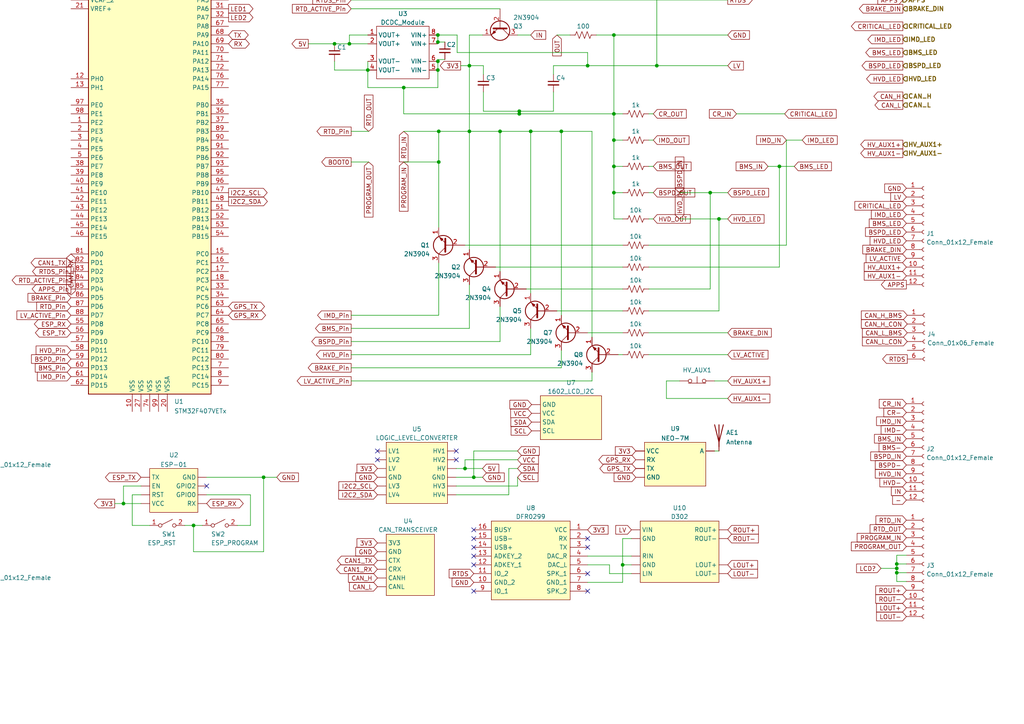
<source format=kicad_sch>
(kicad_sch (version 20211123) (generator eeschema)
  (paper "A4")
  (lib_symbols
    (symbol "A-FA_PARTS:1602_LCD_I2C"
      (property "Reference" "U" (at 0 0 0))
      (property "Value" "1602_LCD_I2C" (at 0 0 0))
      (symbol "1602_LCD_I2C_1_1"
        (pin input line (at -11.43 -3.81 0) (length 2.54) (name "GND") (number ""))
        (pin input line (at -11.43 -11.43 0) (length 2.54) (name "SCL") (number ""))
        (pin input line (at -11.43 -8.89 0) (length 2.54) (name "SDA") (number ""))
        (pin input line (at -11.43 -6.35 0) (length 2.54) (name "VCC") (number ""))
      )
    )
    (symbol "A-FA_PARTS:CAN_TRANSCEIVER"
      (property "Reference" "U" (at 2.54 -1.27 0))
      (property "Value" "CAN_TRANSCEIVER" (at 0 -1.27 0))
      (symbol "CAN_TRANSCEIVER_1_1"
        (pin input line (at -8.89 -5.08 0) (length 2.54) (name "3V3") (number ""))
        (pin input line (at -8.89 -15.24 0) (length 2.54) (name "CANH") (number ""))
        (pin input line (at -8.89 -17.78 0) (length 2.54) (name "CANL") (number ""))
        (pin input line (at -8.89 -12.7 0) (length 2.54) (name "CRX") (number ""))
        (pin input line (at -8.89 -10.16 0) (length 2.54) (name "CTX") (number ""))
        (pin input line (at -8.89 -7.62 0) (length 2.54) (name "GND") (number ""))
      )
    )
    (symbol "A-FA_PARTS:D302"
      (property "Reference" "U?" (at 0 3.81 0))
      (property "Value" "D302" (at 0 1.0349 0))
      (symbol "D302_1_1"
        (pin input line (at 13.97 -13.97 180) (length 2.54) (name "GND") (number ""))
        (pin input line (at 13.97 -6.35 180) (length 2.54) (name "GND") (number ""))
        (pin input line (at 13.97 -16.51 180) (length 2.54) (name "LIN") (number ""))
        (pin input line (at -13.97 -13.97 0) (length 2.54) (name "LOUT+") (number ""))
        (pin input line (at -13.97 -16.51 0) (length 2.54) (name "LOUT-") (number ""))
        (pin input line (at 13.97 -11.43 180) (length 2.54) (name "RIN") (number ""))
        (pin input line (at -13.97 -3.81 0) (length 2.54) (name "ROUT+") (number ""))
        (pin input line (at -13.97 -6.35 0) (length 2.54) (name "ROUT-") (number ""))
        (pin input line (at 13.97 -3.81 180) (length 2.54) (name "VIN") (number ""))
      )
    )
    (symbol "A-FA_PARTS:DCDC_Module"
      (property "Reference" "U" (at 0 0 0))
      (property "Value" "DCDC_Module" (at 0 -2.54 0))
      (symbol "DCDC_Module_1_1"
        (pin input line (at -12.7 15.24 0) (length 2.54) (name "VOUT+") (number "1"))
        (pin input line (at -12.7 12.7 0) (length 2.54) (name "VOUT+") (number "2"))
        (pin input line (at -12.7 7.62 0) (length 2.54) (name "VOUT-") (number "3"))
        (pin input line (at -12.7 5.08 0) (length 2.54) (name "VOUT-") (number "4"))
        (pin input line (at 7.62 5.08 180) (length 2.54) (name "VIN-") (number "5"))
        (pin input line (at 7.62 7.62 180) (length 2.54) (name "VIN-") (number "6"))
        (pin input line (at 7.62 12.7 180) (length 2.54) (name "VIN+") (number "7"))
        (pin input line (at 7.62 15.24 180) (length 2.54) (name "VIN+") (number "8"))
      )
    )
    (symbol "A-FA_PARTS:ESP-01"
      (property "Reference" "U" (at 0 0 0))
      (property "Value" "ESP-01" (at 0 0 0))
      (symbol "ESP-01_1_1"
        (pin input line (at -11.43 -6.35 0) (length 2.54) (name "EN") (number ""))
        (pin input line (at 7.62 -3.81 180) (length 2.54) (name "GND") (number ""))
        (pin input line (at 7.62 -8.89 180) (length 2.54) (name "GPIO0") (number ""))
        (pin input line (at 7.62 -6.35 180) (length 2.54) (name "GPIO2") (number ""))
        (pin input line (at -11.43 -8.89 0) (length 2.54) (name "RST") (number ""))
        (pin input line (at 7.62 -11.43 180) (length 2.54) (name "RX") (number ""))
        (pin input line (at -11.43 -3.81 0) (length 2.54) (name "TX") (number ""))
        (pin input line (at -11.43 -11.43 0) (length 2.54) (name "VCC") (number ""))
      )
    )
    (symbol "A-FA_PARTS:LOGIC_LEVEL_CONVERTER"
      (property "Reference" "U" (at 0 0 0))
      (property "Value" "LOGIC_LEVEL_CONVERTER" (at 0 0 0))
      (symbol "LOGIC_LEVEL_CONVERTER_1_1"
        (pin input line (at -11.43 -11.43 0) (length 2.54) (name "GND") (number ""))
        (pin input line (at 11.43 -11.43 180) (length 2.54) (name "GND") (number ""))
        (pin input line (at -11.43 -8.89 0) (length 2.54) (name "HV") (number ""))
        (pin input line (at -11.43 -3.81 0) (length 2.54) (name "HV1") (number ""))
        (pin input line (at -11.43 -6.35 0) (length 2.54) (name "HV2") (number ""))
        (pin input line (at -11.43 -13.97 0) (length 2.54) (name "HV3") (number ""))
        (pin input line (at -11.43 -16.51 0) (length 2.54) (name "HV4") (number ""))
        (pin input line (at 11.43 -8.89 180) (length 2.54) (name "LV") (number ""))
        (pin input line (at 11.43 -3.81 180) (length 2.54) (name "LV1") (number ""))
        (pin input line (at 11.43 -6.35 180) (length 2.54) (name "LV2") (number ""))
        (pin input line (at 11.43 -13.97 180) (length 2.54) (name "LV3") (number ""))
        (pin input line (at 11.43 -16.51 180) (length 2.54) (name "LV4") (number ""))
      )
    )
    (symbol "A-FA_PARTS:NEO-7M"
      (property "Reference" "U" (at 0 0 0))
      (property "Value" "NEO-7M" (at 0 0 0))
      (symbol "NEO-7M_1_1"
        (pin input line (at 11.43 -3.81 180) (length 2.54) (name "A") (number ""))
        (pin input line (at -11.43 -11.43 0) (length 2.54) (name "GND") (number ""))
        (pin input line (at -11.43 -6.35 0) (length 2.54) (name "RX") (number ""))
        (pin input line (at -11.43 -8.89 0) (length 2.54) (name "TX") (number ""))
        (pin input line (at -11.43 -3.81 0) (length 2.54) (name "VCC") (number ""))
      )
    )
    (symbol "Connector:Conn_01x06_Female" (pin_names (offset 1.016) hide)
      (property "Reference" "J" (at 0 7.62 0))
      (property "Value" "Conn_01x06_Female" (at 0 -10.16 0))
      (symbol "Conn_01x06_Female_1_1"
        (pin passive line (at -5.08 5.08 0) (length 3.81) (name "Pin_1") (number "1"))
        (pin passive line (at -5.08 2.54 0) (length 3.81) (name "Pin_2") (number "2"))
        (pin passive line (at -5.08 0 0) (length 3.81) (name "Pin_3") (number "3"))
        (pin passive line (at -5.08 -2.54 0) (length 3.81) (name "Pin_4") (number "4"))
        (pin passive line (at -5.08 -5.08 0) (length 3.81) (name "Pin_5") (number "5"))
        (pin passive line (at -5.08 -7.62 0) (length 3.81) (name "Pin_6") (number "6"))
      )
    )
    (symbol "Connector:Conn_01x12_Female" (pin_names (offset 1.016) hide)
      (property "Reference" "J" (at 0 15.24 0))
      (property "Value" "Conn_01x12_Female" (at 0 -17.78 0))
      (symbol "Conn_01x12_Female_1_1"
        (pin passive line (at -5.08 12.7 0) (length 3.81) (name "Pin_1") (number "1"))
        (pin passive line (at -5.08 -10.16 0) (length 3.81) (name "Pin_10") (number "10"))
        (pin passive line (at -5.08 -12.7 0) (length 3.81) (name "Pin_11") (number "11"))
        (pin passive line (at -5.08 -15.24 0) (length 3.81) (name "Pin_12") (number "12"))
        (pin passive line (at -5.08 10.16 0) (length 3.81) (name "Pin_2") (number "2"))
        (pin passive line (at -5.08 7.62 0) (length 3.81) (name "Pin_3") (number "3"))
        (pin passive line (at -5.08 5.08 0) (length 3.81) (name "Pin_4") (number "4"))
        (pin passive line (at -5.08 2.54 0) (length 3.81) (name "Pin_5") (number "5"))
        (pin passive line (at -5.08 0 0) (length 3.81) (name "Pin_6") (number "6"))
        (pin passive line (at -5.08 -2.54 0) (length 3.81) (name "Pin_7") (number "7"))
        (pin passive line (at -5.08 -5.08 0) (length 3.81) (name "Pin_8") (number "8"))
        (pin passive line (at -5.08 -7.62 0) (length 3.81) (name "Pin_9") (number "9"))
      )
    )
    (symbol "DFR0299:DFR0299" (pin_names (offset 0.762))
      (property "Reference" "U" (at 29.21 7.62 0))
      (property "Value" "DFR0299" (at 29.21 5.08 0))
      (symbol "DFR0299_0_0"
        (pin power_in line (at 0 0 0) (length 5.08) (name "VCC") (number "1"))
        (pin power_in line (at 33.02 -15.24 180) (length 5.08) (name "GND_2") (number "10"))
        (pin input line (at 33.02 -12.7 180) (length 5.08) (name "IO_2") (number "11"))
        (pin input line (at 33.02 -10.16 180) (length 5.08) (name "ADKEY_1") (number "12"))
        (pin input line (at 33.02 -7.62 180) (length 5.08) (name "ADKEY_2") (number "13"))
        (pin bidirectional line (at 33.02 -5.08 180) (length 5.08) (name "USB+") (number "14"))
        (pin bidirectional line (at 33.02 -2.54 180) (length 5.08) (name "USB-") (number "15"))
        (pin output line (at 33.02 0 180) (length 5.08) (name "BUSY") (number "16"))
        (pin input line (at 0 -2.54 0) (length 5.08) (name "RX") (number "2"))
        (pin output line (at 0 -5.08 0) (length 5.08) (name "TX") (number "3"))
        (pin output line (at 0 -7.62 0) (length 5.08) (name "DAC_R") (number "4"))
        (pin output line (at 0 -10.16 0) (length 5.08) (name "DAC_L") (number "5"))
        (pin output line (at 0 -12.7 0) (length 5.08) (name "SPK_1") (number "6"))
        (pin power_in line (at 0 -15.24 0) (length 5.08) (name "GND_1") (number "7"))
        (pin output line (at 0 -17.78 0) (length 5.08) (name "SPK_2") (number "8"))
        (pin input line (at 33.02 -17.78 180) (length 5.08) (name "IO_1") (number "9"))
      )
    )
    (symbol "Device:Antenna" (pin_numbers hide) (pin_names (offset 1.016) hide)
      (property "Reference" "AE" (at -1.905 1.905 0))
      (property "Value" "Antenna" (at -1.905 0 0))
      (symbol "Antenna_1_1"
        (pin input line (at 0 -5.08 90) (length 2.54) (name "A") (number "1"))
      )
    )
    (symbol "Device:C_Small" (pin_numbers hide) (pin_names (offset 0.254) hide)
      (property "Reference" "C" (at 0.254 1.778 0))
      (property "Value" "C_Small" (at 0.254 -2.032 0))
      (symbol "C_Small_1_1"
        (pin passive line (at 0 2.54 270) (length 2.032) (name "~") (number "1"))
        (pin passive line (at 0 -2.54 90) (length 2.032) (name "~") (number "2"))
      )
    )
    (symbol "Device:R_US" (pin_numbers hide) (pin_names (offset 0))
      (property "Reference" "R" (at 2.54 0 90))
      (property "Value" "R_US" (at -2.54 0 90))
      (symbol "R_US_1_1"
        (pin passive line (at 0 3.81 270) (length 1.27) (name "~") (number "1"))
        (pin passive line (at 0 -3.81 90) (length 1.27) (name "~") (number "2"))
      )
    )
    (symbol "MCU_ST_STM32F4:STM32F407VETx"
      (property "Reference" "U" (at -17.78 64.77 0))
      (property "Value" "STM32F407VETx" (at 12.7 64.77 0))
      (symbol "STM32F407VETx_1_1"
        (pin bidirectional line (at -22.86 12.7 0) (length 5.08) (name "PE2") (number "1"))
        (pin power_in line (at -5.08 -71.12 90) (length 5.08) (name "VSS") (number "10"))
        (pin power_in line (at 7.62 68.58 270) (length 5.08) (name "VDD") (number "100"))
        (pin power_in line (at -5.08 68.58 270) (length 5.08) (name "VDD") (number "11"))
        (pin input line (at -22.86 25.4 0) (length 5.08) (name "PH0") (number "12"))
        (pin input line (at -22.86 22.86 0) (length 5.08) (name "PH1") (number "13"))
        (pin input line (at -22.86 60.96 0) (length 5.08) (name "NRST") (number "14"))
        (pin bidirectional line (at 22.86 -25.4 180) (length 5.08) (name "PC0") (number "15"))
        (pin bidirectional line (at 22.86 -27.94 180) (length 5.08) (name "PC1") (number "16"))
        (pin bidirectional line (at 22.86 -30.48 180) (length 5.08) (name "PC2") (number "17"))
        (pin bidirectional line (at 22.86 -33.02 180) (length 5.08) (name "PC3") (number "18"))
        (pin power_in line (at -2.54 68.58 270) (length 5.08) (name "VDD") (number "19"))
        (pin bidirectional line (at -22.86 10.16 0) (length 5.08) (name "PE3") (number "2"))
        (pin power_in line (at 5.08 -71.12 90) (length 5.08) (name "VSSA") (number "20"))
        (pin power_in line (at -22.86 45.72 0) (length 5.08) (name "VREF+") (number "21"))
        (pin power_in line (at 10.16 68.58 270) (length 5.08) (name "VDDA") (number "22"))
        (pin bidirectional line (at 22.86 60.96 180) (length 5.08) (name "PA0") (number "23"))
        (pin bidirectional line (at 22.86 58.42 180) (length 5.08) (name "PA1") (number "24"))
        (pin bidirectional line (at 22.86 55.88 180) (length 5.08) (name "PA2") (number "25"))
        (pin bidirectional line (at 22.86 53.34 180) (length 5.08) (name "PA3") (number "26"))
        (pin power_in line (at -2.54 -71.12 90) (length 5.08) (name "VSS") (number "27"))
        (pin power_in line (at 0 68.58 270) (length 5.08) (name "VDD") (number "28"))
        (pin bidirectional line (at 22.86 50.8 180) (length 5.08) (name "PA4") (number "29"))
        (pin bidirectional line (at -22.86 7.62 0) (length 5.08) (name "PE4") (number "3"))
        (pin bidirectional line (at 22.86 48.26 180) (length 5.08) (name "PA5") (number "30"))
        (pin bidirectional line (at 22.86 45.72 180) (length 5.08) (name "PA6") (number "31"))
        (pin bidirectional line (at 22.86 43.18 180) (length 5.08) (name "PA7") (number "32"))
        (pin bidirectional line (at 22.86 -35.56 180) (length 5.08) (name "PC4") (number "33"))
        (pin bidirectional line (at 22.86 -38.1 180) (length 5.08) (name "PC5") (number "34"))
        (pin bidirectional line (at 22.86 17.78 180) (length 5.08) (name "PB0") (number "35"))
        (pin bidirectional line (at 22.86 15.24 180) (length 5.08) (name "PB1") (number "36"))
        (pin bidirectional line (at 22.86 12.7 180) (length 5.08) (name "PB2") (number "37"))
        (pin bidirectional line (at -22.86 0 0) (length 5.08) (name "PE7") (number "38"))
        (pin bidirectional line (at -22.86 -2.54 0) (length 5.08) (name "PE8") (number "39"))
        (pin bidirectional line (at -22.86 5.08 0) (length 5.08) (name "PE5") (number "4"))
        (pin bidirectional line (at -22.86 -5.08 0) (length 5.08) (name "PE9") (number "40"))
        (pin bidirectional line (at -22.86 -7.62 0) (length 5.08) (name "PE10") (number "41"))
        (pin bidirectional line (at -22.86 -10.16 0) (length 5.08) (name "PE11") (number "42"))
        (pin bidirectional line (at -22.86 -12.7 0) (length 5.08) (name "PE12") (number "43"))
        (pin bidirectional line (at -22.86 -15.24 0) (length 5.08) (name "PE13") (number "44"))
        (pin bidirectional line (at -22.86 -17.78 0) (length 5.08) (name "PE14") (number "45"))
        (pin bidirectional line (at -22.86 -20.32 0) (length 5.08) (name "PE15") (number "46"))
        (pin bidirectional line (at 22.86 -7.62 180) (length 5.08) (name "PB10") (number "47"))
        (pin bidirectional line (at 22.86 -10.16 180) (length 5.08) (name "PB11") (number "48"))
        (pin power_in line (at -22.86 50.8 0) (length 5.08) (name "VCAP_1") (number "49"))
        (pin bidirectional line (at -22.86 2.54 0) (length 5.08) (name "PE6") (number "5"))
        (pin power_in line (at 2.54 68.58 270) (length 5.08) (name "VDD") (number "50"))
        (pin bidirectional line (at 22.86 -12.7 180) (length 5.08) (name "PB12") (number "51"))
        (pin bidirectional line (at 22.86 -15.24 180) (length 5.08) (name "PB13") (number "52"))
        (pin bidirectional line (at 22.86 -17.78 180) (length 5.08) (name "PB14") (number "53"))
        (pin bidirectional line (at 22.86 -20.32 180) (length 5.08) (name "PB15") (number "54"))
        (pin bidirectional line (at -22.86 -45.72 0) (length 5.08) (name "PD8") (number "55"))
        (pin bidirectional line (at -22.86 -48.26 0) (length 5.08) (name "PD9") (number "56"))
        (pin bidirectional line (at -22.86 -50.8 0) (length 5.08) (name "PD10") (number "57"))
        (pin bidirectional line (at -22.86 -53.34 0) (length 5.08) (name "PD11") (number "58"))
        (pin bidirectional line (at -22.86 -55.88 0) (length 5.08) (name "PD12") (number "59"))
        (pin power_in line (at -7.62 68.58 270) (length 5.08) (name "VBAT") (number "6"))
        (pin bidirectional line (at -22.86 -58.42 0) (length 5.08) (name "PD13") (number "60"))
        (pin bidirectional line (at -22.86 -60.96 0) (length 5.08) (name "PD14") (number "61"))
        (pin bidirectional line (at -22.86 -63.5 0) (length 5.08) (name "PD15") (number "62"))
        (pin bidirectional line (at 22.86 -40.64 180) (length 5.08) (name "PC6") (number "63"))
        (pin bidirectional line (at 22.86 -43.18 180) (length 5.08) (name "PC7") (number "64"))
        (pin bidirectional line (at 22.86 -45.72 180) (length 5.08) (name "PC8") (number "65"))
        (pin bidirectional line (at 22.86 -48.26 180) (length 5.08) (name "PC9") (number "66"))
        (pin bidirectional line (at 22.86 40.64 180) (length 5.08) (name "PA8") (number "67"))
        (pin bidirectional line (at 22.86 38.1 180) (length 5.08) (name "PA9") (number "68"))
        (pin bidirectional line (at 22.86 35.56 180) (length 5.08) (name "PA10") (number "69"))
        (pin bidirectional line (at 22.86 -58.42 180) (length 5.08) (name "PC13") (number "7"))
        (pin bidirectional line (at 22.86 33.02 180) (length 5.08) (name "PA11") (number "70"))
        (pin bidirectional line (at 22.86 30.48 180) (length 5.08) (name "PA12") (number "71"))
        (pin bidirectional line (at 22.86 27.94 180) (length 5.08) (name "PA13") (number "72"))
        (pin power_in line (at -22.86 48.26 0) (length 5.08) (name "VCAP_2") (number "73"))
        (pin power_in line (at 0 -71.12 90) (length 5.08) (name "VSS") (number "74"))
        (pin power_in line (at 5.08 68.58 270) (length 5.08) (name "VDD") (number "75"))
        (pin bidirectional line (at 22.86 25.4 180) (length 5.08) (name "PA14") (number "76"))
        (pin bidirectional line (at 22.86 22.86 180) (length 5.08) (name "PA15") (number "77"))
        (pin bidirectional line (at 22.86 -50.8 180) (length 5.08) (name "PC10") (number "78"))
        (pin bidirectional line (at 22.86 -53.34 180) (length 5.08) (name "PC11") (number "79"))
        (pin bidirectional line (at 22.86 -60.96 180) (length 5.08) (name "PC14") (number "8"))
        (pin bidirectional line (at 22.86 -55.88 180) (length 5.08) (name "PC12") (number "80"))
        (pin bidirectional line (at -22.86 -25.4 0) (length 5.08) (name "PD0") (number "81"))
        (pin bidirectional line (at -22.86 -27.94 0) (length 5.08) (name "PD1") (number "82"))
        (pin bidirectional line (at -22.86 -30.48 0) (length 5.08) (name "PD2") (number "83"))
        (pin bidirectional line (at -22.86 -33.02 0) (length 5.08) (name "PD3") (number "84"))
        (pin bidirectional line (at -22.86 -35.56 0) (length 5.08) (name "PD4") (number "85"))
        (pin bidirectional line (at -22.86 -38.1 0) (length 5.08) (name "PD5") (number "86"))
        (pin bidirectional line (at -22.86 -40.64 0) (length 5.08) (name "PD6") (number "87"))
        (pin bidirectional line (at -22.86 -43.18 0) (length 5.08) (name "PD7") (number "88"))
        (pin bidirectional line (at 22.86 10.16 180) (length 5.08) (name "PB3") (number "89"))
        (pin bidirectional line (at 22.86 -63.5 180) (length 5.08) (name "PC15") (number "9"))
        (pin bidirectional line (at 22.86 7.62 180) (length 5.08) (name "PB4") (number "90"))
        (pin bidirectional line (at 22.86 5.08 180) (length 5.08) (name "PB5") (number "91"))
        (pin bidirectional line (at 22.86 2.54 180) (length 5.08) (name "PB6") (number "92"))
        (pin bidirectional line (at 22.86 0 180) (length 5.08) (name "PB7") (number "93"))
        (pin input line (at -22.86 55.88 0) (length 5.08) (name "BOOT0") (number "94"))
        (pin bidirectional line (at 22.86 -2.54 180) (length 5.08) (name "PB8") (number "95"))
        (pin bidirectional line (at 22.86 -5.08 180) (length 5.08) (name "PB9") (number "96"))
        (pin bidirectional line (at -22.86 17.78 0) (length 5.08) (name "PE0") (number "97"))
        (pin bidirectional line (at -22.86 15.24 0) (length 5.08) (name "PE1") (number "98"))
        (pin power_in line (at 2.54 -71.12 90) (length 5.08) (name "VSS") (number "99"))
      )
    )
    (symbol "Switch:SW_Push_Open" (pin_numbers hide) (pin_names (offset 1.016) hide)
      (property "Reference" "SW" (at 0 2.54 0))
      (property "Value" "SW_Push_Open" (at 0 -1.905 0))
      (symbol "SW_Push_Open_0_1"
        (pin passive line (at -5.08 0 0) (length 2.54) (name "A") (number "1"))
      )
      (symbol "SW_Push_Open_1_1"
        (pin passive line (at 5.08 0 180) (length 2.54) (name "B") (number "2"))
      )
    )
    (symbol "Switch:SW_SPST" (pin_names (offset 0) hide)
      (property "Reference" "SW" (at 0 3.175 0))
      (property "Value" "SW_SPST" (at 0 -2.54 0))
      (symbol "SW_SPST_1_1"
        (pin passive line (at -5.08 0 0) (length 2.54) (name "A") (number "1"))
        (pin passive line (at 5.08 0 180) (length 2.54) (name "B") (number "2"))
      )
    )
    (symbol "Transistor_BJT:2N3904" (pin_names (offset 0) hide)
      (property "Reference" "Q" (at 5.08 1.905 0))
      (property "Value" "2N3904" (at 5.08 0 0))
      (symbol "2N3904_1_1"
        (pin passive line (at 2.54 -5.08 90) (length 2.54) (name "E") (number "1"))
        (pin passive line (at -5.08 0 0) (length 5.715) (name "B") (number "2"))
        (pin passive line (at 2.54 5.08 270) (length 2.54) (name "C") (number "3"))
      )
    )
  )
  (junction (at 150.622 33.02))
  (junction (at 35.814 146.05))
  (junction (at 178.054 55.88))
  (junction (at 178.054 10.16))
  (junction (at 127.254 38.1))
  (junction (at 101.346 12.7))
  (junction (at 136.144 38.1))
  (junction (at 178.054 40.64))
  (junction (at 178.054 48.26))
  (junction (at 106.68 20.32))
  (junction (at 153.924 38.1))
  (junction (at 127 17.78))
  (junction (at 170.434 19.05))
  (junction (at 76.454 138.43))
  (junction (at 127 10.16))
  (junction (at 56.134 152.4))
  (junction (at 127.254 46.99))
  (junction (at 226.06 48.26))
  (junction (at 137.414 138.43))
  (junction (at 180.594 163.83))
  (junction (at 260.096 163.576))
  (junction (at 127 12.192))
  (junction (at 127 20.32))
  (junction (at 208.534 63.5))
  (junction (at 260.096 164.846))
  (junction (at 205.994 55.88))
  (junction (at 162.814 38.1))
  (junction (at 136.144 19.05))
  (junction (at 134.874 135.89))
  (junction (at 97.028 12.7))
  (junction (at 190.5 19.05))
  (junction (at 260.096 166.116))
  (junction (at 117.094 25.4))
  (junction (at 178.054 33.02))
  (junction (at 145.034 38.1))
  (junction (at 150.622 32.258))
  (no_connect (at 170.434 156.21))
  (no_connect (at 137.414 163.83))
  (no_connect (at 59.944 140.97))
  (no_connect (at 132.334 130.81))
  (no_connect (at 170.434 166.37))
  (no_connect (at 137.414 153.67))
  (no_connect (at 170.434 171.45))
  (no_connect (at 137.414 161.29))
  (no_connect (at 137.414 158.75))
  (no_connect (at 137.414 156.21))
  (no_connect (at 109.474 130.81))
  (no_connect (at 170.434 158.75))
  (no_connect (at 109.474 133.35))
  (no_connect (at 132.334 133.35))
  (no_connect (at 137.414 171.45))
  (wire (pts (xy 117.094 33.02) (xy 117.094 25.4)))
  (wire (pts (xy 38.354 152.4) (xy 43.434 152.4)))
  (wire (pts (xy 56.134 160.02) (xy 76.454 160.02)))
  (wire (pts (xy 127 12.192) (xy 127 12.7)))
  (wire (pts (xy 188.214 63.5) (xy 189.484 63.5)))
  (wire (pts (xy 101.854 0) (xy 211.074 0)))
  (wire (pts (xy 178.054 48.26) (xy 180.594 48.26)))
  (wire (pts (xy 117.094 25.4) (xy 127 25.4)))
  (wire (pts (xy 132.334 140.97) (xy 150.114 140.97)))
  (wire (pts (xy 101.854 95.25) (xy 136.144 95.25)))
  (wire (pts (xy 35.814 146.05) (xy 35.814 140.97)))
  (wire (pts (xy 136.144 19.05) (xy 136.144 38.1)))
  (wire (pts (xy 159.512 -26.416) (xy 159.512 -17.78)))
  (wire (pts (xy 59.944 138.43) (xy 76.454 138.43)))
  (wire (pts (xy 134.874 133.35) (xy 134.874 135.89)))
  (wire (pts (xy 188.214 96.52) (xy 211.074 96.52)))
  (wire (pts (xy 101.346 10.16) (xy 101.346 12.7)))
  (wire (pts (xy 127 25.4) (xy 127 20.32)))
  (wire (pts (xy 208.534 90.17) (xy 188.214 90.17)))
  (wire (pts (xy 133.604 19.05) (xy 136.144 19.05)))
  (wire (pts (xy 188.214 40.64) (xy 189.484 40.64)))
  (wire (pts (xy 188.214 102.87) (xy 211.074 102.87)))
  (wire (pts (xy 145.034 38.1) (xy 145.034 78.74)))
  (wire (pts (xy 51.054 -22.86) (xy 51.054 -20.32)))
  (wire (pts (xy 152.654 83.82) (xy 180.594 83.82)))
  (wire (pts (xy 162.814 38.1) (xy 153.924 38.1)))
  (wire (pts (xy 180.594 96.52) (xy 170.434 96.52)))
  (wire (pts (xy 176.784 166.37) (xy 176.784 163.83)))
  (wire (pts (xy 35.814 140.97) (xy 40.894 140.97)))
  (wire (pts (xy 56.134 152.4) (xy 56.134 160.02)))
  (wire (pts (xy 127.254 76.2) (xy 127.254 91.44)))
  (wire (pts (xy 140.208 26.67) (xy 140.208 32.258)))
  (wire (pts (xy 226.06 48.26) (xy 230.378 48.26)))
  (wire (pts (xy 72.644 152.4) (xy 68.834 152.4)))
  (wire (pts (xy 35.814 146.05) (xy 40.894 146.05)))
  (wire (pts (xy 56.134 152.4) (xy 58.674 152.4)))
  (wire (pts (xy 127 10.16) (xy 127 12.192)))
  (wire (pts (xy 260.096 164.846) (xy 260.096 166.116)))
  (wire (pts (xy 127.254 38.1) (xy 136.144 38.1)))
  (wire (pts (xy 190.5 19.05) (xy 190.5 -10.16)))
  (wire (pts (xy 134.874 133.35) (xy 150.114 133.35)))
  (wire (pts (xy 162.814 38.1) (xy 162.814 91.44)))
  (wire (pts (xy 180.594 156.21) (xy 180.594 163.83)))
  (wire (pts (xy 153.924 102.87) (xy 101.854 102.87)))
  (wire (pts (xy 117.094 33.02) (xy 150.622 33.02)))
  (wire (pts (xy 180.594 168.91) (xy 170.434 168.91)))
  (wire (pts (xy 205.994 83.82) (xy 188.214 83.82)))
  (wire (pts (xy 170.434 19.05) (xy 190.5 19.05)))
  (wire (pts (xy 260.096 168.656) (xy 262.89 168.656)))
  (wire (pts (xy 129.032 17.272) (xy 127 17.272)))
  (wire (pts (xy 160.528 26.67) (xy 160.528 32.258)))
  (wire (pts (xy 132.334 135.89) (xy 134.874 135.89)))
  (wire (pts (xy 161.544 90.17) (xy 180.594 90.17)))
  (wire (pts (xy 150.114 140.97) (xy 150.114 138.43)))
  (wire (pts (xy 260.096 163.576) (xy 260.096 161.036)))
  (wire (pts (xy 207.264 110.49) (xy 211.074 110.49)))
  (wire (pts (xy 190.5 -10.16) (xy 164.592 -10.16)))
  (wire (pts (xy 193.294 110.49) (xy 193.294 115.57)))
  (wire (pts (xy 89.408 12.7) (xy 97.028 12.7)))
  (wire (pts (xy 137.414 138.43) (xy 137.414 130.81)))
  (wire (pts (xy 76.454 138.43) (xy 80.264 138.43)))
  (wire (pts (xy 106.68 10.16) (xy 101.346 10.16)))
  (wire (pts (xy 162.814 38.1) (xy 171.704 38.1)))
  (wire (pts (xy 127.254 91.44) (xy 101.854 91.44)))
  (wire (pts (xy 143.764 77.47) (xy 180.594 77.47)))
  (wire (pts (xy 139.446 -10.16) (xy 139.446 -9.906)))
  (wire (pts (xy 127 20.32) (xy 127 17.78)))
  (wire (pts (xy 228.092 40.64) (xy 232.664 40.64)))
  (wire (pts (xy 180.594 102.87) (xy 179.324 102.87)))
  (wire (pts (xy 153.924 38.1) (xy 153.924 85.09)))
  (wire (pts (xy 59.944 143.51) (xy 72.644 143.51)))
  (wire (pts (xy 38.354 143.51) (xy 38.354 152.4)))
  (wire (pts (xy 260.096 166.116) (xy 262.89 166.116)))
  (wire (pts (xy 228.092 40.64) (xy 228.092 71.12)))
  (wire (pts (xy 188.214 77.47) (xy 226.06 77.47)))
  (wire (pts (xy 260.096 161.036) (xy 262.89 161.036)))
  (wire (pts (xy 140.208 19.05) (xy 140.208 21.59)))
  (wire (pts (xy 147.574 135.89) (xy 150.114 135.89)))
  (wire (pts (xy 207.264 130.81) (xy 208.534 130.81)))
  (wire (pts (xy 101.854 106.68) (xy 162.814 106.68)))
  (wire (pts (xy 183.134 163.83) (xy 180.594 163.83)))
  (wire (pts (xy 205.994 55.88) (xy 205.994 83.82)))
  (wire (pts (xy 178.054 55.88) (xy 178.054 63.5)))
  (wire (pts (xy 33.274 146.05) (xy 35.814 146.05)))
  (wire (pts (xy 145.034 99.06) (xy 101.854 99.06)))
  (wire (pts (xy 178.054 10.16) (xy 211.074 10.16)))
  (wire (pts (xy 260.096 164.846) (xy 260.096 163.576)))
  (wire (pts (xy 106.68 20.32) (xy 106.68 25.4)))
  (wire (pts (xy 101.346 12.7) (xy 106.68 12.7)))
  (wire (pts (xy 178.054 40.64) (xy 178.054 48.26)))
  (wire (pts (xy 162.814 101.6) (xy 162.814 106.68)))
  (wire (pts (xy 136.144 82.55) (xy 136.144 95.25)))
  (wire (pts (xy 260.096 163.576) (xy 262.89 163.576)))
  (wire (pts (xy 205.994 55.88) (xy 211.074 55.88)))
  (wire (pts (xy 127.254 46.99) (xy 127.254 66.04)))
  (wire (pts (xy 153.924 95.25) (xy 153.924 102.87)))
  (wire (pts (xy 160.528 19.05) (xy 170.434 19.05)))
  (wire (pts (xy 188.214 48.26) (xy 189.484 48.26)))
  (wire (pts (xy 147.574 143.51) (xy 147.574 135.89)))
  (wire (pts (xy 101.854 2.54) (xy 145.034 2.54)))
  (wire (pts (xy 213.614 33.02) (xy 227.584 33.02)))
  (wire (pts (xy 132.334 143.51) (xy 147.574 143.51)))
  (wire (pts (xy 222.758 48.26) (xy 226.06 48.26)))
  (wire (pts (xy 170.434 15.24) (xy 170.434 19.05)))
  (wire (pts (xy 134.874 135.89) (xy 139.954 135.89)))
  (wire (pts (xy 154.432 -10.16) (xy 139.446 -10.16)))
  (wire (pts (xy 150.622 32.258) (xy 150.622 33.02)))
  (wire (pts (xy -50.292 10.922) (xy -50.292 -14.478)))
  (wire (pts (xy 136.144 38.1) (xy 136.144 72.39)))
  (wire (pts (xy 178.054 48.26) (xy 178.054 55.88)))
  (wire (pts (xy 197.104 63.5) (xy 208.534 63.5)))
  (wire (pts (xy 160.528 32.258) (xy 150.622 32.258)))
  (wire (pts (xy 208.534 63.5) (xy 208.534 90.17)))
  (wire (pts (xy 150.622 32.258) (xy 140.208 32.258)))
  (wire (pts (xy 127 17.272) (xy 127 17.78)))
  (wire (pts (xy 260.096 166.116) (xy 260.096 168.656)))
  (wire (pts (xy 132.588 15.24) (xy 132.588 10.16)))
  (wire (pts (xy 106.934 38.1) (xy 101.854 38.1)))
  (wire (pts (xy 101.854 46.99) (xy 106.934 46.99)))
  (wire (pts (xy 145.034 38.1) (xy 136.144 38.1)))
  (wire (pts (xy 193.294 115.57) (xy 211.074 115.57)))
  (wire (pts (xy -18.796 -14.478) (xy -18.796 10.922)))
  (wire (pts (xy 136.144 10.16) (xy 136.144 19.05)))
  (wire (pts (xy 106.68 17.78) (xy 106.68 20.32)))
  (wire (pts (xy 178.054 10.16) (xy 178.054 33.02)))
  (wire (pts (xy 127 10.16) (xy 132.588 10.16)))
  (wire (pts (xy 53.594 -22.86) (xy 51.054 -22.86)))
  (wire (pts (xy 150.114 10.16) (xy 153.924 10.16)))
  (wire (pts (xy 97.028 17.78) (xy 97.028 20.32)))
  (wire (pts (xy 188.214 55.88) (xy 189.484 55.88)))
  (wire (pts (xy 150.622 33.02) (xy 178.054 33.02)))
  (wire (pts (xy 255.524 164.846) (xy 260.096 164.846)))
  (wire (pts (xy 117.094 38.1) (xy 127.254 38.1)))
  (wire (pts (xy 170.434 15.24) (xy 132.588 15.24)))
  (wire (pts (xy 228.092 71.12) (xy 188.214 71.12)))
  (wire (pts (xy 208.534 63.5) (xy 211.074 63.5)))
  (wire (pts (xy 190.5 19.05) (xy 211.074 19.05)))
  (wire (pts (xy 180.594 163.83) (xy 180.594 168.91)))
  (wire (pts (xy 134.874 71.12) (xy 180.594 71.12)))
  (wire (pts (xy 97.028 20.32) (xy 106.68 20.32)))
  (wire (pts (xy 178.054 33.02) (xy 178.054 40.64)))
  (wire (pts (xy 171.704 107.95) (xy 171.704 110.49)))
  (wire (pts (xy 176.784 163.83) (xy 170.434 163.83)))
  (wire (pts (xy 127 12.192) (xy 129.032 12.192)))
  (wire (pts (xy 137.414 130.81) (xy 150.114 130.81)))
  (wire (pts (xy 117.094 25.4) (xy 106.68 25.4)))
  (wire (pts (xy 178.054 40.64) (xy 180.594 40.64)))
  (wire (pts (xy 137.414 138.43) (xy 139.954 138.43)))
  (wire (pts (xy 53.594 152.4) (xy 56.134 152.4)))
  (wire (pts (xy 183.134 166.37) (xy 176.784 166.37)))
  (wire (pts (xy 197.104 110.49) (xy 193.294 110.49)))
  (wire (pts (xy 97.028 12.7) (xy 101.346 12.7)))
  (wire (pts (xy 183.134 156.21) (xy 180.594 156.21)))
  (wire (pts (xy 72.644 143.51) (xy 72.644 152.4)))
  (wire (pts (xy 153.924 38.1) (xy 145.034 38.1)))
  (wire (pts (xy 117.094 46.99) (xy 127.254 46.99)))
  (wire (pts (xy 197.104 55.88) (xy 205.994 55.88)))
  (wire (pts (xy 136.144 10.16) (xy 139.954 10.16)))
  (wire (pts (xy 178.054 33.02) (xy 180.594 33.02)))
  (wire (pts (xy -50.292 -14.478) (xy -18.796 -14.478)))
  (wire (pts (xy 172.974 10.16) (xy 178.054 10.16)))
  (wire (pts (xy 76.454 160.02) (xy 76.454 138.43)))
  (wire (pts (xy 180.594 63.5) (xy 178.054 63.5)))
  (wire (pts (xy 226.06 77.47) (xy 226.06 48.26)))
  (wire (pts (xy 127.254 38.1) (xy 127.254 46.99)))
  (wire (pts (xy 101.854 110.49) (xy 171.704 110.49)))
  (wire (pts (xy 161.544 10.16) (xy 165.354 10.16)))
  (wire (pts (xy 160.528 19.05) (xy 160.528 21.59)))
  (wire (pts (xy 40.894 143.51) (xy 38.354 143.51)))
  (wire (pts (xy 132.334 138.43) (xy 137.414 138.43)))
  (wire (pts (xy 183.134 161.29) (xy 170.434 161.29)))
  (wire (pts (xy 178.054 55.88) (xy 180.594 55.88)))
  (wire (pts (xy 171.704 38.1) (xy 171.704 97.79)))
  (wire (pts (xy -18.796 10.922) (xy -50.292 10.922)))
  (wire (pts (xy 145.034 88.9) (xy 145.034 99.06)))
  (wire (pts (xy 136.144 19.05) (xy 140.208 19.05)))
  (wire (pts (xy 188.214 33.02) (xy 189.484 33.02)))
  (label "79mm" (at -16.51 0.254 90))
  (label "66mm" (at -37.084 -16.002 0))
  (label "3.5mm hole" (at -23.368 -17.272 0))
  (global_label "I2C2_SDA" (shape input) (at 109.474 143.51 180) (property "Intersheet References" "${INTERSHEET_REFS}" (effects hide)))
  (global_label "GND" (shape input) (at 80.264 138.43 0) (property "Intersheet References" "${INTERSHEET_REFS}" (effects hide)))
  (global_label "GND" (shape input) (at 262.89 54.61 180) (property "Intersheet References" "${INTERSHEET_REFS}" (effects hide)))
  (global_label "HVD_OUT" (shape input) (at 189.484 63.5 0) (property "Intersheet References" "${INTERSHEET_REFS}" (effects hide)))
  (global_label "RTDS" (shape output) (at 211.074 0 0) (property "Intersheet References" "${INTERSHEET_REFS}" (effects hide)))
  (global_label "RTD_Pin" (shape output) (at 101.854 38.1 180) (property "Intersheet References" "${INTERSHEET_REFS}" (effects hide)))
  (global_label "CAN1_RX" (shape bidirectional) (at -10.414 121.666 180) (property "Intersheet References" "${INTERSHEET_REFS}" (effects hide)))
  (global_label "SDA" (shape input) (at 154.178 122.428 180) (property "Intersheet References" "${INTERSHEET_REFS}" (effects hide)))
  (global_label "GND" (shape input) (at 154.178 117.348 180) (property "Intersheet References" "${INTERSHEET_REFS}" (effects hide)))
  (global_label "ROUT-" (shape input) (at 262.89 173.736 180) (property "Intersheet References" "${INTERSHEET_REFS}" (effects hide)))
  (global_label "CAN_L_CON" (shape input) (at 263.144 99.06 180) (property "Intersheet References" "${INTERSHEET_REFS}" (effects hide)))
  (global_label "BRAKE_Pin" (shape input) (at -10.414 134.366 180) (property "Intersheet References" "${INTERSHEET_REFS}" (effects hide)))
  (global_label "IN" (shape input) (at 153.924 10.16 0) (property "Intersheet References" "${INTERSHEET_REFS}" (effects hide)))
  (global_label "IMD_LED" (shape input) (at 262.89 62.23 180) (property "Intersheet References" "${INTERSHEET_REFS}" (effects hide)))
  (global_label "BRAKE_DIN" (shape input) (at 211.074 96.52 0) (property "Intersheet References" "${INTERSHEET_REFS}" (effects hide)))
  (global_label "GPS_TX" (shape bidirectional) (at 184.404 135.89 180) (property "Intersheet References" "${INTERSHEET_REFS}" (effects hide)))
  (global_label "BOOT0" (shape input) (at -10.414 119.126 180) (property "Intersheet References" "${INTERSHEET_REFS}" (effects hide)))
  (global_label "RTD_ACTIVE_Pin" (shape output) (at -10.414 129.286 180) (property "Intersheet References" "${INTERSHEET_REFS}" (effects hide)))
  (global_label "RTDS_Pin" (shape input) (at 101.854 0 180) (property "Intersheet References" "${INTERSHEET_REFS}" (effects hide)))
  (global_label "HVD_IN" (shape input) (at 197.104 63.5 90) (property "Intersheet References" "${INTERSHEET_REFS}" (effects hide)))
  (global_label "HVD_LED" (shape input) (at 211.074 63.5 0) (property "Intersheet References" "${INTERSHEET_REFS}" (effects hide)))
  (global_label "HV_AUX1-" (shape output) (at 261.874 44.45 180) (property "Intersheet References" "${INTERSHEET_REFS}" (effects hide)))
  (global_label "ROUT+" (shape input) (at 211.074 153.67 0) (property "Intersheet References" "${INTERSHEET_REFS}" (effects hide)))
  (global_label "ROUT-" (shape input) (at 211.074 156.21 0) (property "Intersheet References" "${INTERSHEET_REFS}" (effects hide)))
  (global_label "RTD_OUT" (shape input) (at 262.89 153.416 180) (property "Intersheet References" "${INTERSHEET_REFS}" (effects hide)))
  (global_label "5V" (shape output) (at 89.408 12.7 180) (property "Intersheet References" "${INTERSHEET_REFS}" (effects hide)))
  (global_label "SCL" (shape input) (at 150.114 138.43 0) (property "Intersheet References" "${INTERSHEET_REFS}" (effects hide)))
  (global_label "CAN1_TX" (shape bidirectional) (at -10.414 124.206 180) (property "Intersheet References" "${INTERSHEET_REFS}" (effects hide)))
  (global_label "BMS_LED" (shape output) (at 261.874 15.24 180) (property "Intersheet References" "${INTERSHEET_REFS}" (effects hide)))
  (global_label "BMS_IN" (shape input) (at 222.758 48.26 180) (property "Intersheet References" "${INTERSHEET_REFS}" (effects hide)))
  (global_label "CAN1_RX" (shape bidirectional) (at 20.574 73.66 270) (property "Intersheet References" "${INTERSHEET_REFS}" (effects hide)))
  (global_label "LED2" (shape output) (at 66.294 5.08 0) (property "Intersheet References" "${INTERSHEET_REFS}" (effects hide)))
  (global_label "HV_AUX1+" (shape input) (at 262.89 77.47 180) (property "Intersheet References" "${INTERSHEET_REFS}" (effects hide)))
  (global_label "BRAKE_Pin" (shape input) (at 20.574 86.36 180) (property "Intersheet References" "${INTERSHEET_REFS}" (effects hide)))
  (global_label "HVD_Pin" (shape output) (at 101.854 102.87 180) (property "Intersheet References" "${INTERSHEET_REFS}" (effects hide)))
  (global_label "LV" (shape input) (at 211.074 19.05 0) (property "Intersheet References" "${INTERSHEET_REFS}" (effects hide)))
  (global_label "RTD_Pin" (shape input) (at -10.414 136.906 180) (property "Intersheet References" "${INTERSHEET_REFS}" (effects hide)))
  (global_label "GND" (shape input) (at 109.474 160.02 180) (property "Intersheet References" "${INTERSHEET_REFS}" (effects hide)))
  (global_label "3V3" (shape output) (at 133.604 19.05 180) (property "Intersheet References" "${INTERSHEET_REFS}" (effects hide)))
  (global_label "HV_AUX1+" (shape input) (at 211.074 110.49 0) (property "Intersheet References" "${INTERSHEET_REFS}" (effects hide)))
  (global_label "-" (shape input) (at 262.89 145.034 180) (property "Intersheet References" "${INTERSHEET_REFS}" (effects hide)))
  (global_label "APPS" (shape output) (at 262.89 82.55 180) (property "Intersheet References" "${INTERSHEET_REFS}" (effects hide)))
  (global_label "GND" (shape input) (at 211.074 10.16 0) (property "Intersheet References" "${INTERSHEET_REFS}" (effects hide)))
  (global_label "I2C2_SCL" (shape input) (at 109.474 140.97 180) (property "Intersheet References" "${INTERSHEET_REFS}" (effects hide)))
  (global_label "GND" (shape input) (at 150.114 130.81 0) (property "Intersheet References" "${INTERSHEET_REFS}" (effects hide)))
  (global_label "CAN1_RX" (shape bidirectional) (at 109.474 165.1 180) (property "Intersheet References" "${INTERSHEET_REFS}" (effects hide)))
  (global_label "I2C2_SCL" (shape output) (at 66.294 55.88 0) (property "Intersheet References" "${INTERSHEET_REFS}" (effects hide)))
  (global_label "IMD_OUT" (shape input) (at 189.484 40.64 0) (property "Intersheet References" "${INTERSHEET_REFS}" (effects hide)))
  (global_label "BSPD_Pin" (shape input) (at 20.574 104.14 180) (property "Intersheet References" "${INTERSHEET_REFS}" (effects hide)))
  (global_label "ESP_TX" (shape bidirectional) (at -10.414 144.526 180) (property "Intersheet References" "${INTERSHEET_REFS}" (effects hide)))
  (global_label "HVD_LED" (shape input) (at 262.89 69.85 180) (property "Intersheet References" "${INTERSHEET_REFS}" (effects hide)))
  (global_label "GND" (shape input) (at 184.404 138.43 180) (property "Intersheet References" "${INTERSHEET_REFS}" (effects hide)))
  (global_label "LV_ACTIVE" (shape input) (at 211.074 102.87 0) (property "Intersheet References" "${INTERSHEET_REFS}" (effects hide)))
  (global_label "LV_ACTIVE" (shape output) (at 261.874 -10.16 180) (property "Intersheet References" "${INTERSHEET_REFS}" (effects hide)))
  (global_label "GPS_RX" (shape bidirectional) (at 184.404 133.35 180) (property "Intersheet References" "${INTERSHEET_REFS}" (effects hide)))
  (global_label "VCC" (shape input) (at 154.178 119.888 180) (property "Intersheet References" "${INTERSHEET_REFS}" (effects hide)))
  (global_label "RTD_IN" (shape input) (at 117.094 38.1 270) (property "Intersheet References" "${INTERSHEET_REFS}" (effects hide)))
  (global_label "RX" (shape bidirectional) (at -10.414 169.672 180) (property "Intersheet References" "${INTERSHEET_REFS}" (effects hide)))
  (global_label "LED2" (shape output) (at -10.414 174.752 180) (property "Intersheet References" "${INTERSHEET_REFS}" (effects hide)))
  (global_label "IN" (shape input) (at 262.89 142.494 180) (property "Intersheet References" "${INTERSHEET_REFS}" (effects hide)))
  (global_label "LOUT+" (shape input) (at 262.89 176.276 180) (property "Intersheet References" "${INTERSHEET_REFS}" (effects hide)))
  (global_label "RTD_ACTIVE_Pin" (shape output) (at 20.574 81.28 180) (property "Intersheet References" "${INTERSHEET_REFS}" (effects hide)))
  (global_label "GND" (shape input) (at 139.954 138.43 0) (property "Intersheet References" "${INTERSHEET_REFS}" (effects hide)))
  (global_label "CR-" (shape input) (at 262.89 119.634 180) (property "Intersheet References" "${INTERSHEET_REFS}" (effects hide)))
  (global_label "APPS" (shape input) (at 261.874 0 180) (property "Intersheet References" "${INTERSHEET_REFS}" (effects hide)))
  (global_label "RTDS" (shape input) (at 137.414 166.37 180) (property "Intersheet References" "${INTERSHEET_REFS}" (effects hide)))
  (global_label "5V" (shape input) (at 139.954 135.89 0) (property "Intersheet References" "${INTERSHEET_REFS}" (effects hide)))
  (global_label "CRITICAL_LED" (shape input) (at 227.584 33.02 0) (property "Intersheet References" "${INTERSHEET_REFS}" (effects hide)))
  (global_label "TX" (shape bidirectional) (at 66.294 10.16 0) (property "Intersheet References" "${INTERSHEET_REFS}" (effects hide)))
  (global_label "BSPD_LED" (shape input) (at 211.074 55.88 0) (property "Intersheet References" "${INTERSHEET_REFS}" (effects hide)))
  (global_label "LCD?" (shape input) (at 255.524 164.846 180) (property "Intersheet References" "${INTERSHEET_REFS}" (effects hide)))
  (global_label "CAN1_TX" (shape bidirectional) (at 109.474 162.56 180) (property "Intersheet References" "${INTERSHEET_REFS}" (effects hide)))
  (global_label "BMS_LED" (shape input) (at 230.378 48.26 0) (property "Intersheet References" "${INTERSHEET_REFS}" (effects hide)))
  (global_label "IMD-" (shape input) (at 262.89 124.714 180) (property "Intersheet References" "${INTERSHEET_REFS}" (effects hide)))
  (global_label "PROGRAM_OUT" (shape input) (at 106.934 46.99 270) (property "Intersheet References" "${INTERSHEET_REFS}" (effects hide)))
  (global_label "BMS_LED" (shape input) (at 262.89 64.77 180) (property "Intersheet References" "${INTERSHEET_REFS}" (effects hide)))
  (global_label "APPS" (shape output) (at 139.446 -9.906 180) (property "Intersheet References" "${INTERSHEET_REFS}" (effects hide)))
  (global_label "CAN_H_CON" (shape input) (at 263.144 93.98 180) (property "Intersheet References" "${INTERSHEET_REFS}" (effects hide)))
  (global_label "TX" (shape bidirectional) (at -10.414 172.212 180) (property "Intersheet References" "${INTERSHEET_REFS}" (effects hide)))
  (global_label "BSPD_Pin" (shape input) (at -10.414 151.892 180) (property "Intersheet References" "${INTERSHEET_REFS}" (effects hide)))
  (global_label "BMS_Pin" (shape output) (at 101.854 95.25 180) (property "Intersheet References" "${INTERSHEET_REFS}" (effects hide)))
  (global_label "I2C2_SDA" (shape output) (at 66.294 58.42 0) (property "Intersheet References" "${INTERSHEET_REFS}" (effects hide)))
  (global_label "BMS_IN" (shape input) (at 262.89 127.254 180) (property "Intersheet References" "${INTERSHEET_REFS}" (effects hide)))
  (global_label "BSPD_IN" (shape input) (at 262.89 132.334 180) (property "Intersheet References" "${INTERSHEET_REFS}" (effects hide)))
  (global_label "HV_AUX1+" (shape output) (at 261.874 41.91 180) (property "Intersheet References" "${INTERSHEET_REFS}" (effects hide)))
  (global_label "HVD_IN" (shape input) (at 262.89 137.414 180) (property "Intersheet References" "${INTERSHEET_REFS}" (effects hide)))
  (global_label "BRAKE_Pin" (shape output) (at 101.854 106.68 180) (property "Intersheet References" "${INTERSHEET_REFS}" (effects hide)))
  (global_label "CAN_L_BMS" (shape input) (at 263.144 96.52 180) (property "Intersheet References" "${INTERSHEET_REFS}" (effects hide)))
  (global_label "GPS_TX" (shape bidirectional) (at 66.294 88.9 0) (property "Intersheet References" "${INTERSHEET_REFS}" (effects hide)))
  (global_label "BMS_OUT" (shape input) (at 189.484 48.26 0) (property "Intersheet References" "${INTERSHEET_REFS}" (effects hide)))
  (global_label "BOOT0" (shape input) (at 20.574 -7.62 180) (property "Intersheet References" "${INTERSHEET_REFS}" (effects hide)))
  (global_label "3V3" (shape input) (at 170.434 153.67 0) (property "Intersheet References" "${INTERSHEET_REFS}" (effects hide)))
  (global_label "ESP_TX" (shape bidirectional) (at 40.894 138.43 180) (property "Intersheet References" "${INTERSHEET_REFS}" (effects hide)))
  (global_label "APPS_Pin" (shape output) (at -10.414 131.826 180) (property "Intersheet References" "${INTERSHEET_REFS}" (effects hide)))
  (global_label "GPS_RX" (shape bidirectional) (at 66.294 91.44 0) (property "Intersheet References" "${INTERSHEET_REFS}" (effects hide)))
  (global_label "IMD_LED" (shape input) (at 232.664 40.64 0) (property "Intersheet References" "${INTERSHEET_REFS}" (effects hide)))
  (global_label "RTD_OUT" (shape input) (at 106.934 38.1 90) (property "Intersheet References" "${INTERSHEET_REFS}" (effects hide)))
  (global_label "CR_IN" (shape input) (at 262.89 117.094 180) (property "Intersheet References" "${INTERSHEET_REFS}" (effects hide)))
  (global_label "CRITICAL_LED" (shape input) (at 262.89 59.69 180) (property "Intersheet References" "${INTERSHEET_REFS}" (effects hide)))
  (global_label "LV_ACTIVE_Pin" (shape input) (at 20.574 91.44 180) (property "Intersheet References" "${INTERSHEET_REFS}" (effects hide)))
  (global_label "GPS_RX" (shape bidirectional) (at -10.414 159.512 180) (property "Intersheet References" "${INTERSHEET_REFS}" (effects hide)))
  (global_label "ESP_RX" (shape bidirectional) (at 59.944 146.05 0) (property "Intersheet References" "${INTERSHEET_REFS}" (effects hide)))
  (global_label "APPS_Pin" (shape output) (at 20.574 83.82 180) (property "Intersheet References" "${INTERSHEET_REFS}" (effects hide)))
  (global_label "RTD_ACTIVE_Pin" (shape input) (at 101.854 2.54 180) (property "Intersheet References" "${INTERSHEET_REFS}" (effects hide)))
  (global_label "VCC" (shape input) (at 150.114 133.35 0) (property "Intersheet References" "${INTERSHEET_REFS}" (effects hide)))
  (global_label "PROGRAM_IN" (shape input) (at 117.094 46.99 270) (property "Intersheet References" "${INTERSHEET_REFS}" (effects hide)))
  (global_label "BSPD_LED" (shape output) (at 261.874 19.05 180) (property "Intersheet References" "${INTERSHEET_REFS}" (effects hide)))
  (global_label "ESP_RX" (shape bidirectional) (at -10.414 141.986 180) (property "Intersheet References" "${INTERSHEET_REFS}" (effects hide)))
  (global_label "LV_ACTIVE_Pin" (shape input) (at -10.414 139.446 180) (property "Intersheet References" "${INTERSHEET_REFS}" (effects hide)))
  (global_label "RTDS" (shape output) (at 263.144 104.14 180) (property "Intersheet References" "${INTERSHEET_REFS}" (effects hide)))
  (global_label "3V3" (shape input) (at 109.474 135.89 180) (property "Intersheet References" "${INTERSHEET_REFS}" (effects hide)))
  (global_label "CAN_L" (shape input) (at 109.474 170.18 180) (property "Intersheet References" "${INTERSHEET_REFS}" (effects hide)))
  (global_label "3V3" (shape output) (at 33.274 146.05 180) (property "Intersheet References" "${INTERSHEET_REFS}" (effects hide)))
  (global_label "BMS_Pin" (shape input) (at 20.574 106.68 180) (property "Intersheet References" "${INTERSHEET_REFS}" (effects hide)))
  (global_label "I2C2_SCL" (shape output) (at -10.414 167.132 180) (property "Intersheet References" "${INTERSHEET_REFS}" (effects hide)))
  (global_label "BRAKE_DIN" (shape input) (at 262.89 72.39 180) (property "Intersheet References" "${INTERSHEET_REFS}" (effects hide)))
  (global_label "GND" (shape output) (at 261.874 -7.62 180) (property "Intersheet References" "${INTERSHEET_REFS}" (effects hide)))
  (global_label "RX" (shape bidirectional) (at 66.294 12.7 0) (property "Intersheet References" "${INTERSHEET_REFS}" (effects hide)))
  (global_label "HVD_LED" (shape output) (at 261.874 22.86 180) (property "Intersheet References" "${INTERSHEET_REFS}" (effects hide)))
  (global_label "CRITICAL_LED" (shape output) (at 261.874 7.62 180) (property "Intersheet References" "${INTERSHEET_REFS}" (effects hide)))
  (global_label "RTDS_Pin" (shape output) (at -10.414 126.746 180) (property "Intersheet References" "${INTERSHEET_REFS}" (effects hide)))
  (global_label "RTDS_Pin" (shape output) (at 20.574 78.74 180) (property "Intersheet References" "${INTERSHEET_REFS}" (effects hide)))
  (global_label "LOUT+" (shape input) (at 211.074 163.83 0) (property "Intersheet References" "${INTERSHEET_REFS}" (effects hide)))
  (global_label "HVD_Pin" (shape input) (at 20.574 101.6 180) (property "Intersheet References" "${INTERSHEET_REFS}" (effects hide)))
  (global_label "PROGRAM_OUT" (shape input) (at 262.89 158.496 180) (property "Intersheet References" "${INTERSHEET_REFS}" (effects hide)))
  (global_label "HV_AUX1-" (shape input) (at 262.89 80.01 180) (property "Intersheet References" "${INTERSHEET_REFS}" (effects hide)))
  (global_label "ESP_RX" (shape bidirectional) (at 20.574 93.98 180) (property "Intersheet References" "${INTERSHEET_REFS}" (effects hide)))
  (global_label "5V" (shape input) (at -10.414 179.832 180) (property "Intersheet References" "${INTERSHEET_REFS}" (effects hide)))
  (global_label "LV" (shape input) (at 262.89 57.15 180) (property "Intersheet References" "${INTERSHEET_REFS}" (effects hide)))
  (global_label "CAN1_TX" (shape bidirectional) (at 20.574 76.2 180) (property "Intersheet References" "${INTERSHEET_REFS}" (effects hide)))
  (global_label "3V3" (shape input) (at 184.404 130.81 180) (property "Intersheet References" "${INTERSHEET_REFS}" (effects hide)))
  (global_label "IMD_Pin" (shape input) (at 20.574 109.22 180) (property "Intersheet References" "${INTERSHEET_REFS}" (effects hide)))
  (global_label "5V" (shape input) (at 53.594 -22.86 0) (property "Intersheet References" "${INTERSHEET_REFS}" (effects hide)))
  (global_label "CAN_H" (shape input) (at 109.474 167.64 180) (property "Intersheet References" "${INTERSHEET_REFS}" (effects hide)))
  (global_label "SCL" (shape input) (at 154.178 124.968 180) (property "Intersheet References" "${INTERSHEET_REFS}" (effects hide)))
  (global_label "APPS_Pin" (shape input) (at 159.512 -26.416 90) (property "Intersheet References" "${INTERSHEET_REFS}" (effects hide)))
  (global_label "IMD_IN" (shape input) (at 228.092 40.64 180) (property "Intersheet References" "${INTERSHEET_REFS}" (effects hide)))
  (global_label "CR_IN" (shape input) (at 213.614 33.02 180) (property "Intersheet References" "${INTERSHEET_REFS}" (effects hide)))
  (global_label "OUT" (shape input) (at 161.544 10.16 270) (property "Intersheet References" "${INTERSHEET_REFS}" (effects hide)))
  (global_label "LED1" (shape output) (at 66.294 2.54 0) (property "Intersheet References" "${INTERSHEET_REFS}" (effects hide)))
  (global_label "IMD_LED" (shape output) (at 261.874 11.43 180) (property "Intersheet References" "${INTERSHEET_REFS}" (effects hide)))
  (global_label "IMD_Pin" (shape input) (at -10.414 156.972 180) (property "Intersheet References" "${INTERSHEET_REFS}" (effects hide)))
  (global_label "ESP_TX" (shape bidirectional) (at 20.574 96.52 180) (property "Intersheet References" "${INTERSHEET_REFS}" (effects hide)))
  (global_label "LOUT-" (shape input) (at 211.074 166.37 0) (property "Intersheet References" "${INTERSHEET_REFS}" (effects hide)))
  (global_label "BOOT0" (shape output) (at 101.854 46.99 180) (property "Intersheet References" "${INTERSHEET_REFS}" (effects hide)))
  (global_label "RTD_Pin" (shape input) (at 20.574 88.9 180) (property "Intersheet References" "${INTERSHEET_REFS}" (effects hide)))
  (global_label "GND" (shape input) (at 137.414 168.91 180) (property "Intersheet References" "${INTERSHEET_REFS}" (effects hide)))
  (global_label "BMS_Pin" (shape input) (at -10.414 154.432 180) (property "Intersheet References" "${INTERSHEET_REFS}" (effects hide)))
  (global_label "LOUT-" (shape input) (at 262.89 178.816 180) (property "Intersheet References" "${INTERSHEET_REFS}" (effects hide)))
  (global_label "BSPD-" (shape input) (at 262.89 134.874 180) (property "Intersheet References" "${INTERSHEET_REFS}" (effects hide)))
  (global_label "LED1" (shape output) (at -10.414 177.292 180) (property "Intersheet References" "${INTERSHEET_REFS}" (effects hide)))
  (global_label "GPS_TX" (shape bidirectional) (at -10.414 162.052 180) (property "Intersheet References" "${INTERSHEET_REFS}" (effects hide)))
  (global_label "BSPD_OUT" (shape input) (at 189.484 55.88 0) (property "Intersheet References" "${INTERSHEET_REFS}" (effects hide)))
  (global_label "LV_ACTIVE_Pin" (shape output) (at 101.854 110.49 180) (property "Intersheet References" "${INTERSHEET_REFS}" (effects hide)))
  (global_label "RTD_IN" (shape input) (at 262.89 150.876 180) (property "Intersheet References" "${INTERSHEET_REFS}" (effects hide)))
  (global_label "SDA" (shape input) (at 150.114 135.89 0) (property "Intersheet References" "${INTERSHEET_REFS}" (effects hide)))
  (global_label "BSPD_Pin" (shape output) (at 101.854 99.06 180) (property "Intersheet References" "${INTERSHEET_REFS}" (effects hide)))
  (global_label "LV" (shape input) (at 183.134 153.67 180) (property "Intersheet References" "${INTERSHEET_REFS}" (effects hide)))
  (global_label "LV_ACTIVE" (shape input) (at 262.89 74.93 180) (property "Intersheet References" "${INTERSHEET_REFS}" (effects hide)))
  (global_label "LV" (shape output) (at 261.874 -12.7 180) (property "Intersheet References" "${INTERSHEET_REFS}" (effects hide)))
  (global_label "CAN_H" (shape output) (at 261.874 27.94 180) (property "Intersheet References" "${INTERSHEET_REFS}" (effects hide)))
  (global_label "HVD_Pin" (shape input) (at -10.414 147.066 180) (property "Intersheet References" "${INTERSHEET_REFS}" (effects hide)))
  (global_label "HV_AUX1-" (shape input) (at 211.074 115.57 0) (property "Intersheet References" "${INTERSHEET_REFS}" (effects hide)))
  (global_label "CAN_L" (shape output) (at 261.874 30.48 180) (property "Intersheet References" "${INTERSHEET_REFS}" (effects hide)))
  (global_label "I2C2_SDA" (shape output) (at -10.414 164.592 180) (property "Intersheet References" "${INTERSHEET_REFS}" (effects hide)))
  (global_label "3V3" (shape input) (at 109.474 157.48 180) (property "Intersheet References" "${INTERSHEET_REFS}" (effects hide)))
  (global_label "HVD-" (shape input) (at 262.89 139.954 180) (property "Intersheet References" "${INTERSHEET_REFS}" (effects hide)))
  (global_label "IMD_IN" (shape input) (at 262.89 122.174 180) (property "Intersheet References" "${INTERSHEET_REFS}" (effects hide)))
  (global_label "ROUT+" (shape input) (at 262.89 171.196 180) (property "Intersheet References" "${INTERSHEET_REFS}" (effects hide)))
  (global_label "CR_OUT" (shape input) (at 189.484 33.02 0) (property "Intersheet References" "${INTERSHEET_REFS}" (effects hide)))
  (global_label "BMS-" (shape input) (at 262.89 129.794 180) (property "Intersheet References" "${INTERSHEET_REFS}" (effects hide)))
  (global_label "BSPD_LED" (shape input) (at 262.89 67.31 180) (property "Intersheet References" "${INTERSHEET_REFS}" (effects hide)))
  (global_label "GND" (shape input) (at 109.474 138.43 180) (property "Intersheet References" "${INTERSHEET_REFS}" (effects hide)))
  (global_label "BSPD_IN" (shape input) (at 197.104 55.88 90) (property "Intersheet References" "${INTERSHEET_REFS}" (effects hide)))
  (global_label "IMD_Pin" (shape output) (at 101.854 91.44 180) (property "Intersheet References" "${INTERSHEET_REFS}" (effects hide)))
  (global_label "PROGRAM_IN" (shape input) (at 262.89 155.956 180) (property "Intersheet References" "${INTERSHEET_REFS}" (effects hide)))
  (global_label "BRAKE_DIN" (shape output) (at 261.874 2.54 180) (property "Intersheet References" "${INTERSHEET_REFS}" (effects hide)))
  (global_label "CAN_H_BMS" (shape input) (at 263.144 91.44 180) (property "Intersheet References" "${INTERSHEET_REFS}" (effects hide)))
  (hierarchical_label "IMD_LED" (shape input) (at 261.874 11.43 0) (effects (font (thickness 0.254) bold)))
  (hierarchical_label "GND" (shape input) (at 261.874 -7.62 0) (effects (font (thickness 0.254) bold)))
  (hierarchical_label "ＣＡＮ＿Ｌ" (shape input) (at 261.874 30.48 0) (effects (font (thickness 0.254) bold)))
  (hierarchical_label "HV_AUX1+" (shape input) (at 261.874 41.91 0) (effects (font (thickness 0.254) bold)))
  (hierarchical_label "BSPD_LED" (shape input) (at 261.874 19.05 0) (effects (font (thickness 0.254) bold)))
  (hierarchical_label "HV_AUX1-" (shape input) (at 261.874 44.45 0) (effects (font (thickness 0.254) bold)))
  (hierarchical_label "BMS_LED" (shape input) (at 261.874 15.24 0) (effects (font (thickness 0.254) bold)))
  (hierarchical_label "LV_ACTIVE" (shape input) (at 261.874 -10.16 0) (effects (font (thickness 0.254) bold)))
  (hierarchical_label "LV" (shape input) (at 261.874 -12.7 0) (effects (font (thickness 0.254) bold)))
  (hierarchical_label "CRITICAL_LED" (shape input) (at 261.874 7.62 0) (effects (font (thickness 0.254) bold)))
  (hierarchical_label "HVD_LED" (shape input) (at 261.874 22.86 0) (effects (font (thickness 0.254) bold)))
  (hierarchical_label "APPS" (shape output) (at 261.874 0 0) (effects (font (thickness 0.254) bold)))
  (hierarchical_label "ＣＡＮ＿Ｈ" (shape input) (at 261.874 27.94 0) (effects (font (thickness 0.254) bold)))
  (hierarchical_label "BRAKE_DIN" (shape input) (at 261.874 2.54 0) (effects (font (thickness 0.254) bold)))
  (symbol (lib_id "Connector:Conn_01x12_Female") (at 267.97 163.576 0) (unit 1)
    (property "Reference" "J3" (at 268.6812 164.0113 0) (effects (justify left)))
    (property "Value" "Conn_01x12_Female" (at 268.6812 166.5482 0) (effects (justify left)))
    (property "Footprint" "Library:5600201220" (effects hide))
  )
  (symbol (lib_id "A-FA_PARTS:DCDC_Module") (at 119.38 25.4 0) (unit 1)
    (property "Reference" "U3" (at 116.84 3.971 0))
    (property "Value" "DCDC_Module" (at 116.84 6.5079 0))
    (property "Footprint" "Library:DC CONVERTER" (effects hide))
  )
  (symbol (lib_id "MCU_ST_STM32F4:STM32F407VETx") (at 43.434 48.26 0) (unit 1)
    (property "Reference" "U1" (at 50.5334 116.4495 0) (effects (justify left)))
    (property "Value" "STM32F407VETx" (at 50.5334 119.2246 0) (effects (justify left)))
    (property "Footprint" "Package_QFP:LQFP-100_14x14mm_P0.5mm" (effects hide))
    (property "Datasheet" "http://www.st.com/st-web-ui/static/active/en/resource/technical/document/datasheet/DM00037051.pdf" (effects hide))
  )
  (symbol (lib_id "Device:C_Small") (at 160.528 24.13 0) (unit 1)
    (property "Reference" "C4" (at 161.29 22.606 0) (effects (justify left)))
    (property "Value" "C_Small" (effects hide))
    (property "Footprint" "Capacitor_THT:CP_Radial_D5.0mm_P2.50mm" (effects hide))
  )
  (symbol (lib_id "Connector:Conn_01x12_Female") (at 267.97 67.31 0) (unit 1)
    (property "Reference" "J1" (at 268.6812 67.7453 0) (effects (justify left)))
    (property "Value" "Conn_01x12_Female" (at 268.6812 70.2822 0) (effects (justify left)))
    (property "Footprint" "Library:5600201220" (effects hide))
  )
  (symbol (lib_id "Transistor_BJT:2N3904") (at 147.574 83.82 180) (unit 1)
    (property "Reference" "Q4" (at 142.494 83.82 0) (effects (justify left)))
    (property "Value" "2N3904" (at 142.494 86.36 0) (effects (justify left)))
    (property "Footprint" "Package_TO_SOT_THT:TO-92_Inline" (effects hide))
    (property "Datasheet" "https://www.onsemi.com/pub/Collateral/2N3903-D.PDF" (effects hide))
  )
  (symbol (lib_id "Switch:SW_SPST") (at 63.754 152.4 0) (unit 1)
    (property "Reference" "SW2" (at 61.214 154.94 0) (effects (justify left)))
    (property "Value" "ESP_PROGRAM" (at 61.214 157.48 0) (effects (justify left)))
    (property "Footprint" "Library:butttttttttttttt" (effects hide))
  )
  (symbol (lib_id "Switch:SW_Push_Open") (at 202.184 110.49 0) (unit 1)
    (property "Reference" "HV_AUX1" (at 202.184 107.3404 0))
    (property "Value" "SW_DPST_x2" (effects hide))
  )
  (symbol (lib_id "Device:R_US") (at 184.404 83.82 270) (unit 1)
    (property "Reference" "R9" (effects hide))
    (property "Value" "10k" (at 184.404 81.28 90))
    (property "Footprint" "Resistor_THT:R_Axial_DIN0204_L3.6mm_D1.6mm_P7.62mm_Horizontal" (effects hide))
  )
  (symbol (lib_id "Device:C_Small") (at 140.208 24.13 0) (unit 1)
    (property "Reference" "C3" (at 140.97 22.606 0) (effects (justify left)))
    (property "Value" "C_Small" (effects hide))
    (property "Footprint" "Capacitor_THT:CP_Radial_D5.0mm_P2.50mm" (effects hide))
  )
  (symbol (lib_id "Device:R_US") (at 184.404 40.64 270) (unit 1)
    (property "Reference" "R3" (effects hide))
    (property "Value" "1k" (at 184.404 38.1 90))
    (property "Footprint" "Resistor_THT:R_Axial_DIN0204_L3.6mm_D1.6mm_P7.62mm_Horizontal" (effects hide))
  )
  (symbol (lib_id "Device:R_US") (at 184.404 33.02 270) (unit 1)
    (property "Reference" "R2" (effects hide))
    (property "Value" "1k" (at 184.404 30.48 90))
    (property "Footprint" "Resistor_THT:R_Axial_DIN0204_L3.6mm_D1.6mm_P7.62mm_Horizontal" (effects hide))
  )
  (symbol (lib_id "A-FA_PARTS:NEO-7M") (at 195.834 127 0) (unit 1)
    (property "Reference" "U9" (at 195.834 124.3543 0))
    (property "Value" "NEO-7M" (at 195.834 127.1294 0))
    (property "Footprint" "Library:NEO-7M" (effects hide))
  )
  (symbol (lib_id "Connector:Conn_01x12_Female") (at -5.334 131.826 0) (unit 1)
    (property "Reference" "J5" (at -4.6228 132.2613 0) (effects (justify left)))
    (property "Value" "Conn_01x12_Female" (at -4.6228 134.7982 0) (effects (justify left)))
    (property "Footprint" "Library:5600201220" (effects hide))
  )
  (symbol (lib_id "Device:R_US") (at 184.404 71.12 270) (unit 1)
    (property "Reference" "R7" (effects hide))
    (property "Value" "10k" (at 184.404 68.58 90))
    (property "Footprint" "Resistor_THT:R_Axial_DIN0204_L3.6mm_D1.6mm_P7.62mm_Horizontal" (effects hide))
  )
  (symbol (lib_id "Transistor_BJT:2N3904") (at 174.244 102.87 180) (unit 1)
    (property "Reference" "Q8" (at 169.164 102.87 0) (effects (justify left)))
    (property "Value" "2N3904" (at 169.164 105.41 0) (effects (justify left)))
    (property "Footprint" "Package_TO_SOT_THT:TO-92_Inline" (effects hide))
    (property "Datasheet" "https://www.onsemi.com/pub/Collateral/2N3903-D.PDF" (effects hide))
  )
  (symbol (lib_id "Device:R_US") (at 184.404 90.17 270) (unit 1)
    (property "Reference" "R10" (effects hide))
    (property "Value" "10k" (at 184.404 87.63 90))
    (property "Footprint" "Resistor_THT:R_Axial_DIN0204_L3.6mm_D1.6mm_P7.62mm_Horizontal" (effects hide))
  )
  (symbol (lib_id "Device:R_US") (at 184.404 77.47 270) (unit 1)
    (property "Reference" "R8" (effects hide))
    (property "Value" "10k" (at 184.404 74.93 90))
    (property "Footprint" "Resistor_THT:R_Axial_DIN0204_L3.6mm_D1.6mm_P7.62mm_Horizontal" (effects hide))
  )
  (symbol (lib_id "Transistor_BJT:2N3904") (at 165.354 96.52 180) (unit 1)
    (property "Reference" "Q7" (at 160.274 96.52 0) (effects (justify left)))
    (property "Value" "2N3904" (at 160.274 99.06 0) (effects (justify left)))
    (property "Footprint" "Package_TO_SOT_THT:TO-92_Inline" (effects hide))
    (property "Datasheet" "https://www.onsemi.com/pub/Collateral/2N3903-D.PDF" (effects hide))
  )
  (symbol (lib_id "Connector:Conn_01x06_Female") (at 268.224 96.52 0) (unit 1)
    (property "Reference" "J4" (at 268.9352 96.9553 0) (effects (justify left)))
    (property "Value" "Conn_01x06_Female" (at 268.9352 99.4922 0) (effects (justify left)))
    (property "Footprint" "Library:6pin dura" (effects hide))
  )
  (symbol (lib_id "Device:R_US") (at 184.404 55.88 270) (unit 1)
    (property "Reference" "R5" (effects hide))
    (property "Value" "1k" (at 184.404 53.34 90))
    (property "Footprint" "Resistor_THT:R_Axial_DIN0204_L3.6mm_D1.6mm_P7.62mm_Horizontal" (effects hide))
  )
  (symbol (lib_id "Device:R_US") (at 184.404 96.52 270) (unit 1)
    (property "Reference" "R11" (effects hide))
    (property "Value" "10k" (at 184.404 93.98 90))
    (property "Footprint" "Resistor_THT:R_Axial_DIN0204_L3.6mm_D1.6mm_P7.62mm_Horizontal" (effects hide))
  )
  (symbol (lib_id "Device:C_Small") (at 97.028 15.24 0) (unit 1)
    (property "Reference" "C1" (at 97.79 13.716 0) (effects (justify left)))
    (property "Value" "C_Small" (effects hide))
    (property "Footprint" "Capacitor_THT:CP_Radial_D5.0mm_P2.50mm" (effects hide))
  )
  (symbol (lib_id "A-FA_PARTS:D302") (at 197.104 149.86 0) (mirror y) (unit 1)
    (property "Reference" "U10" (at 197.104 147.32 0))
    (property "Value" "D302" (at 197.104 149.86 0))
    (property "Footprint" "Library:AUDIOIO" (effects hide))
  )
  (symbol (lib_id "Device:R_US") (at 184.404 48.26 270) (unit 1)
    (property "Reference" "R4" (effects hide))
    (property "Value" "1k" (at 184.404 45.72 90))
    (property "Footprint" "Resistor_THT:R_Axial_DIN0204_L3.6mm_D1.6mm_P7.62mm_Horizontal" (effects hide))
  )
  (symbol (lib_id "A-FA_PARTS:ESP-01") (at 52.324 134.62 0) (unit 1)
    (property "Reference" "U2" (at 50.419 131.9743 0))
    (property "Value" "ESP-01" (at 50.419 134.7494 0))
    (property "Footprint" "Library:ESP8266" (effects hide))
  )
  (symbol (lib_id "Transistor_BJT:2N3904") (at 145.034 7.62 270) (unit 1)
    (property "Reference" "Q3" (at 148.844 7.62 90) (effects (justify left)))
    (property "Value" "2N3904" (at 148.844 5.08 90) (effects (justify left)))
    (property "Footprint" "Package_TO_SOT_THT:TO-92_Inline" (effects hide))
    (property "Datasheet" "https://www.onsemi.com/pub/Collateral/2N3903-D.PDF" (effects hide))
  )
  (symbol (lib_id "Connector:Conn_01x12_Female") (at 267.97 129.794 0) (unit 1)
    (property "Reference" "J2" (at 268.6812 130.2293 0) (effects (justify left)))
    (property "Value" "Conn_01x12_Female" (at 268.6812 132.7662 0) (effects (justify left)))
    (property "Footprint" "Library:5600201220" (effects hide))
  )
  (symbol (lib_id "Device:R_US") (at 184.404 102.87 270) (unit 1)
    (property "Reference" "R12" (effects hide))
    (property "Value" "10k" (at 184.404 100.33 90))
    (property "Footprint" "Resistor_THT:R_Axial_DIN0204_L3.6mm_D1.6mm_P7.62mm_Horizontal" (effects hide))
  )
  (symbol (lib_id "DFR0299:DFR0299") (at 170.434 153.67 0) (mirror y) (unit 1)
    (property "Reference" "U8" (at 153.924 147.32 0))
    (property "Value" "DFR0299" (at 153.924 149.86 0))
    (property "Footprint" "DIPS1778W50P254L2100H170Q16N" (effects hide))
    (property "Datasheet" "https://github.com/Arduinolibrary/DFPlayer_Mini_mp3/raw/master/DFPlayer%20Mini%20Manual.pdf" (effects hide))
    (property "Description" "DFRobot Accessories DFPlayer" (effects hide))
    (property "Height" "1.7" (effects hide))
    (property "Manufacturer_Name" "DFRobot" (effects hide))
    (property "Manufacturer_Part_Number" "DFR0299" (effects hide))
    (property "Mouser Part Number" "426-DFR0299" (effects hide))
    (property "Mouser Price/Stock" "https://www.mouser.co.uk/ProductDetail/DFRobot/DFR0299?qs=Zcin8yvlhnPSNhqM2hweWw%3D%3D" (effects hide))
    (property "Arrow Part Number" "DFR0299" (effects hide))
    (property "Arrow Price/Stock" "https://www.arrow.com/en/products/dfr0299/dfrobot?region=nac" (effects hide))
  )
  (symbol (lib_id "Transistor_BJT:2N3904") (at 159.512 -12.7 270) (unit 1)
    (property "Reference" "Q6" (at 163.322 -12.7 90) (effects (justify left)))
    (property "Value" "2N3904" (at 163.322 -15.24 90) (effects (justify left)))
    (property "Footprint" "Package_TO_SOT_THT:TO-92_Inline" (effects hide))
    (property "Datasheet" "https://www.onsemi.com/pub/Collateral/2N3903-D.PDF" (effects hide))
  )
  (symbol (lib_id "Transistor_BJT:2N3904") (at 138.684 77.47 180) (unit 1)
    (property "Reference" "Q2" (at 133.604 77.47 0) (effects (justify left)))
    (property "Value" "2N3904" (at 133.604 80.01 0) (effects (justify left)))
    (property "Footprint" "Package_TO_SOT_THT:TO-92_Inline" (effects hide))
    (property "Datasheet" "https://www.onsemi.com/pub/Collateral/2N3903-D.PDF" (effects hide))
  )
  (symbol (lib_id "Switch:SW_SPST") (at 48.514 152.4 0) (unit 1)
    (property "Reference" "SW1" (at 51.054 154.94 0) (effects (justify right)))
    (property "Value" "ESP_RST" (at 51.054 157.48 0) (effects (justify right)))
    (property "Footprint" "Library:butttttttttttttt" (effects hide))
  )
  (symbol (lib_id "A-FA_PARTS:CAN_TRANSCEIVER") (at 118.364 152.4 0) (unit 1)
    (property "Reference" "U4" (at 118.364 151.13 0))
    (property "Value" "CAN_TRANSCEIVER" (at 118.364 153.67 0))
    (property "Footprint" "Library:SZH-EKBG-030" (effects hide))
  )
  (symbol (lib_id "Transistor_BJT:2N3904") (at 156.464 90.17 180) (unit 1)
    (property "Reference" "Q5" (at 151.384 90.17 0) (effects (justify left)))
    (property "Value" "2N3904" (at 151.384 92.71 0) (effects (justify left)))
    (property "Footprint" "Package_TO_SOT_THT:TO-92_Inline" (effects hide))
    (property "Datasheet" "https://www.onsemi.com/pub/Collateral/2N3903-D.PDF" (effects hide))
  )
  (symbol (lib_id "Connector:Conn_01x12_Female") (at -5.334 164.592 0) (unit 1)
    (property "Reference" "J6" (at -4.6228 165.0273 0) (effects (justify left)))
    (property "Value" "Conn_01x12_Female" (at -4.6228 167.5642 0) (effects (justify left)))
    (property "Footprint" "Library:5600201220" (effects hide))
  )
  (symbol (lib_id "A-FA_PARTS:1602_LCD_I2C") (at 165.608 113.538 0) (unit 1)
    (property "Reference" "U7" (at 165.608 110.998 0))
    (property "Value" "1602_LCD_I2C" (at 165.608 113.538 0))
  )
  (symbol (lib_id "Device:Antenna") (at 208.534 125.73 0) (unit 1)
    (property "Reference" "AE1" (at 210.566 125.4565 0) (effects (justify left)))
    (property "Value" "Antenna" (at 210.566 128.2316 0) (effects (justify left)))
  )
  (symbol (lib_id "A-FA_PARTS:LOGIC_LEVEL_CONVERTER") (at 120.904 127 0) (mirror y) (unit 1)
    (property "Reference" "U5" (at 120.904 124.46 0))
    (property "Value" "LOGIC_LEVEL_CONVERTER" (at 120.904 127 0))
    (property "Footprint" "Library:Logic Level Converter" (effects hide))
  )
  (symbol (lib_id "Device:R_US") (at 184.404 63.5 270) (unit 1)
    (property "Reference" "R6" (effects hide))
    (property "Value" "10k" (at 184.404 60.96 90))
    (property "Footprint" "Resistor_THT:R_Axial_DIN0204_L3.6mm_D1.6mm_P7.62mm_Horizontal" (effects hide))
  )
  (symbol (lib_id "Device:C_Small") (at 129.032 14.732 0) (unit 1)
    (property "Reference" "C2" (at 129.54 12.954 0) (effects (justify left)))
    (property "Value" "C_Small" (effects hide))
    (property "Footprint" "Capacitor_THT:CP_Radial_D5.0mm_P2.50mm" (effects hide))
  )
  (symbol (lib_id "Transistor_BJT:2N3904") (at 129.794 71.12 180) (unit 1)
    (property "Reference" "Q1" (at 124.714 71.12 0) (effects (justify left)))
    (property "Value" "2N3904" (at 124.714 73.66 0) (effects (justify left)))
    (property "Footprint" "Package_TO_SOT_THT:TO-92_Inline" (effects hide))
    (property "Datasheet" "https://www.onsemi.com/pub/Collateral/2N3903-D.PDF" (effects hide))
  )
  (symbol (lib_id "Device:R_US") (at 169.164 10.16 270) (unit 1)
    (property "Reference" "R1" (effects hide))
    (property "Value" "100" (at 169.164 7.62 90))
    (property "Footprint" "Resistor_THT:R_Axial_DIN0204_L3.6mm_D1.6mm_P7.62mm_Horizontal" (effects hide))
  )
)
</source>
